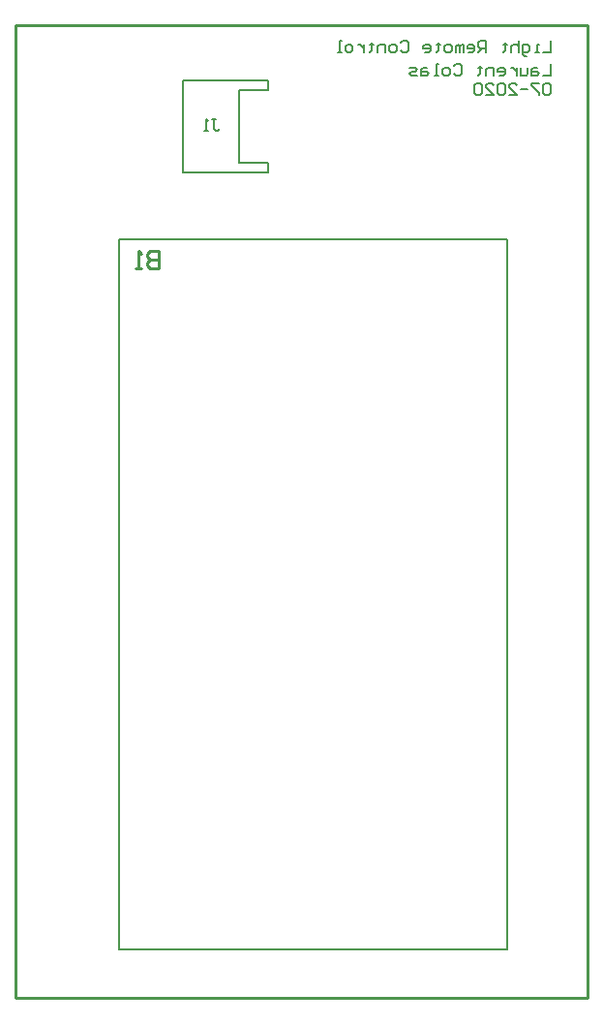
<source format=gbo>
G04*
G04 #@! TF.GenerationSoftware,Altium Limited,Altium Designer,19.1.8 (144)*
G04*
G04 Layer_Color=32896*
%FSLAX25Y25*%
%MOIN*%
G70*
G01*
G75*
%ADD10C,0.01000*%
%ADD12C,0.00787*%
%ADD13C,0.00800*%
D10*
X442913Y650683D02*
Y644685D01*
X439914D01*
X438915Y645685D01*
Y646684D01*
X439914Y647684D01*
X442913D01*
X439914D01*
X438915Y648684D01*
Y649683D01*
X439914Y650683D01*
X442913D01*
X436915Y644685D02*
X434916D01*
X435916D01*
Y650683D01*
X436915Y649683D01*
X393701Y393701D02*
Y728346D01*
X590551D01*
Y393701D02*
Y728346D01*
X393701Y393701D02*
X590551D01*
D12*
X577953Y723000D02*
Y719065D01*
X575329D01*
X574017D02*
X572705D01*
X573361D01*
Y721689D01*
X574017D01*
X569425Y717753D02*
X568769D01*
X568113Y718409D01*
Y721689D01*
X570081D01*
X570737Y721033D01*
Y719721D01*
X570081Y719065D01*
X568113D01*
X566802Y723000D02*
Y719065D01*
Y721033D01*
X566146Y721689D01*
X564834D01*
X564178Y721033D01*
Y719065D01*
X562210Y722344D02*
Y721689D01*
X562866D01*
X561554D01*
X562210D01*
Y719721D01*
X561554Y719065D01*
X555650D02*
Y723000D01*
X553682D01*
X553026Y722344D01*
Y721033D01*
X553682Y720377D01*
X555650D01*
X554338D02*
X553026Y719065D01*
X549747D02*
X551058D01*
X551715Y719721D01*
Y721033D01*
X551058Y721689D01*
X549747D01*
X549091Y721033D01*
Y720377D01*
X551715D01*
X547779Y719065D02*
Y721689D01*
X547123D01*
X546467Y721033D01*
Y719065D01*
Y721033D01*
X545811Y721689D01*
X545155Y721033D01*
Y719065D01*
X543187D02*
X541875D01*
X541219Y719721D01*
Y721033D01*
X541875Y721689D01*
X543187D01*
X543843Y721033D01*
Y719721D01*
X543187Y719065D01*
X539251Y722344D02*
Y721689D01*
X539907D01*
X538595D01*
X539251D01*
Y719721D01*
X538595Y719065D01*
X534660D02*
X535971D01*
X536627Y719721D01*
Y721033D01*
X535971Y721689D01*
X534660D01*
X534004Y721033D01*
Y720377D01*
X536627D01*
X526132Y722344D02*
X526788Y723000D01*
X528100D01*
X528756Y722344D01*
Y719721D01*
X528100Y719065D01*
X526788D01*
X526132Y719721D01*
X524164Y719065D02*
X522852D01*
X522196Y719721D01*
Y721033D01*
X522852Y721689D01*
X524164D01*
X524820Y721033D01*
Y719721D01*
X524164Y719065D01*
X520885D02*
Y721689D01*
X518917D01*
X518261Y721033D01*
Y719065D01*
X516293Y722344D02*
Y721689D01*
X516949D01*
X515637D01*
X516293D01*
Y719721D01*
X515637Y719065D01*
X513669Y721689D02*
Y719065D01*
Y720377D01*
X513013Y721033D01*
X512357Y721689D01*
X511701D01*
X509077Y719065D02*
X507765D01*
X507109Y719721D01*
Y721033D01*
X507765Y721689D01*
X509077D01*
X509733Y721033D01*
Y719721D01*
X509077Y719065D01*
X505797D02*
X504486D01*
X505142D01*
Y723000D01*
X505797D01*
X577953Y715076D02*
Y711140D01*
X575329D01*
X573361Y713764D02*
X572049D01*
X571393Y713108D01*
Y711140D01*
X573361D01*
X574017Y711796D01*
X573361Y712452D01*
X571393D01*
X570081Y713764D02*
Y711796D01*
X569425Y711140D01*
X567457D01*
Y713764D01*
X566146D02*
Y711140D01*
Y712452D01*
X565490Y713108D01*
X564834Y713764D01*
X564178D01*
X560242Y711140D02*
X561554D01*
X562210Y711796D01*
Y713108D01*
X561554Y713764D01*
X560242D01*
X559586Y713108D01*
Y712452D01*
X562210D01*
X558274Y711140D02*
Y713764D01*
X556306D01*
X555650Y713108D01*
Y711140D01*
X553682Y714420D02*
Y713764D01*
X554338D01*
X553026D01*
X553682D01*
Y711796D01*
X553026Y711140D01*
X544499Y714420D02*
X545155Y715076D01*
X546467D01*
X547123Y714420D01*
Y711796D01*
X546467Y711140D01*
X545155D01*
X544499Y711796D01*
X542531Y711140D02*
X541219D01*
X540563Y711796D01*
Y713108D01*
X541219Y713764D01*
X542531D01*
X543187Y713108D01*
Y711796D01*
X542531Y711140D01*
X539251D02*
X537939D01*
X538595D01*
Y715076D01*
X539251D01*
X535316Y713764D02*
X534004D01*
X533348Y713108D01*
Y711140D01*
X535316D01*
X535971Y711796D01*
X535316Y712452D01*
X533348D01*
X532036Y711140D02*
X530068D01*
X529412Y711796D01*
X530068Y712452D01*
X531380D01*
X532036Y713108D01*
X531380Y713764D01*
X529412D01*
X577953Y707807D02*
X577297Y708463D01*
X575985D01*
X575329Y707807D01*
Y705184D01*
X575985Y704528D01*
X577297D01*
X577953Y705184D01*
Y707807D01*
X574017Y708463D02*
X571393D01*
Y707807D01*
X574017Y705184D01*
Y704528D01*
X570081Y706495D02*
X567457D01*
X563522Y704528D02*
X566146D01*
X563522Y707151D01*
Y707807D01*
X564178Y708463D01*
X565490D01*
X566146Y707807D01*
X562210D02*
X561554Y708463D01*
X560242D01*
X559586Y707807D01*
Y705184D01*
X560242Y704528D01*
X561554D01*
X562210Y705184D01*
Y707807D01*
X555650Y704528D02*
X558274D01*
X555650Y707151D01*
Y707807D01*
X556306Y708463D01*
X557618D01*
X558274Y707807D01*
X554338D02*
X553682Y708463D01*
X552370D01*
X551715Y707807D01*
Y705184D01*
X552370Y704528D01*
X553682D01*
X554338Y705184D01*
Y707807D01*
D13*
X451181Y709449D02*
X480709D01*
X451181Y677953D02*
Y709449D01*
X470472Y681103D02*
Y706299D01*
X480709D01*
X451181Y677953D02*
X480709D01*
Y706299D02*
Y709449D01*
X470472Y681103D02*
X480709D01*
Y677953D02*
Y681103D01*
X457480Y654724D02*
X562992D01*
X429134D02*
X432283D01*
X562992Y410630D02*
Y654724D01*
X432283D02*
X457480D01*
X429134Y410630D02*
X562992D01*
X429134D02*
Y654724D01*
X461114Y696125D02*
X462447D01*
X461780D01*
Y692793D01*
X462447Y692126D01*
X463113D01*
X463780Y692793D01*
X459781Y692126D02*
X458448D01*
X459114D01*
Y696125D01*
X459781Y695458D01*
M02*

</source>
